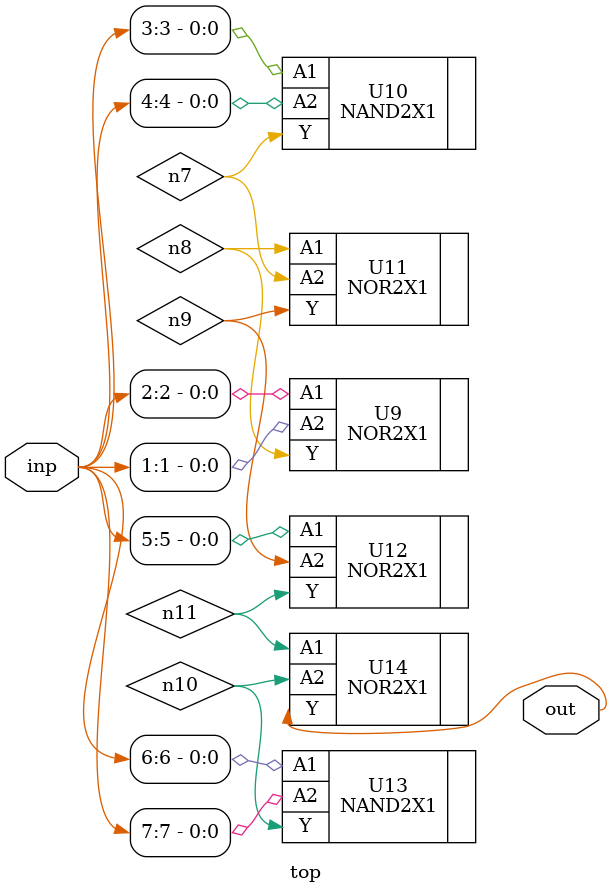
<source format=sv>


module top ( inp, out );
  input [7:0] inp;
  output out;
  wire   n7, n8, n9, n10, n11;

  NOR2X1 U9 ( .A1(inp[2]), .A2(inp[1]), .Y(n8) );
  NAND2X1 U10 ( .A1(inp[3]), .A2(inp[4]), .Y(n7) );
  NOR2X1 U11 ( .A1(n8), .A2(n7), .Y(n9) );
  NOR2X1 U12 ( .A1(inp[5]), .A2(n9), .Y(n11) );
  NAND2X1 U13 ( .A1(inp[6]), .A2(inp[7]), .Y(n10) );
  NOR2X1 U14 ( .A1(n11), .A2(n10), .Y(out) );
endmodule


</source>
